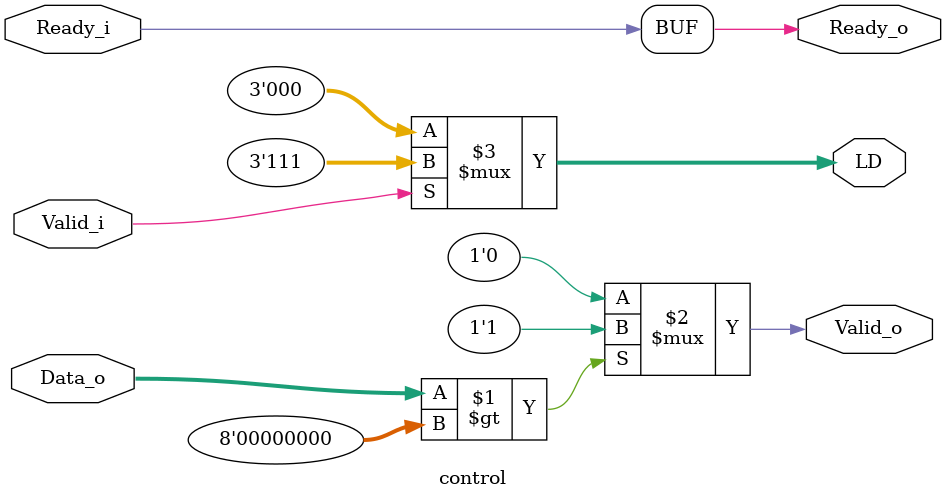
<source format=v>
module control (
	input Valid_i,Ready_i,
	input [7:0]Data_o,
	output Valid_o,Ready_o,
	output [2:0] LD
);
	assign Valid_o=(Data_o>8'b00_000_000)?1'b1:1'b0;
	assign  Ready_o=Ready_i;
	assign LD=(Valid_i)?3'b111:3'b000;
endmodule
</source>
